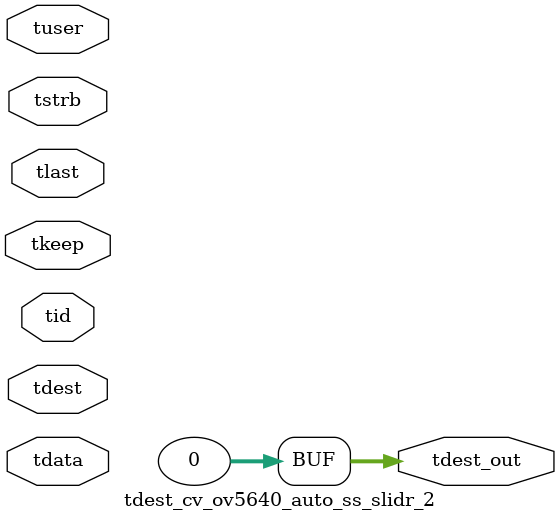
<source format=v>


`timescale 1ps/1ps

module tdest_cv_ov5640_auto_ss_slidr_2 #
(
parameter C_S_AXIS_TDATA_WIDTH = 32,
parameter C_S_AXIS_TUSER_WIDTH = 0,
parameter C_S_AXIS_TID_WIDTH   = 0,
parameter C_S_AXIS_TDEST_WIDTH = 0,
parameter C_M_AXIS_TDEST_WIDTH = 32
)
(
input  [(C_S_AXIS_TDATA_WIDTH == 0 ? 1 : C_S_AXIS_TDATA_WIDTH)-1:0     ] tdata,
input  [(C_S_AXIS_TUSER_WIDTH == 0 ? 1 : C_S_AXIS_TUSER_WIDTH)-1:0     ] tuser,
input  [(C_S_AXIS_TID_WIDTH   == 0 ? 1 : C_S_AXIS_TID_WIDTH)-1:0       ] tid,
input  [(C_S_AXIS_TDEST_WIDTH == 0 ? 1 : C_S_AXIS_TDEST_WIDTH)-1:0     ] tdest,
input  [(C_S_AXIS_TDATA_WIDTH/8)-1:0 ] tkeep,
input  [(C_S_AXIS_TDATA_WIDTH/8)-1:0 ] tstrb,
input                                                                    tlast,
output [C_M_AXIS_TDEST_WIDTH-1:0] tdest_out
);

assign tdest_out = {1'b0};

endmodule


</source>
